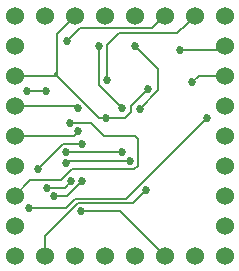
<source format=gbl>
G75*
G70*
%OFA0B0*%
%FSLAX24Y24*%
%IPPOS*%
%LPD*%
%AMOC8*
5,1,8,0,0,1.08239X$1,22.5*
%
%ADD10C,0.0600*%
%ADD11C,0.0080*%
%ADD12C,0.0270*%
D10*
X000632Y001226D03*
X000632Y002226D03*
X000632Y003226D03*
X000632Y004226D03*
X000632Y005226D03*
X000632Y006226D03*
X000632Y007226D03*
X000632Y008226D03*
X000632Y009226D03*
X001632Y009226D03*
X002632Y009226D03*
X003632Y009226D03*
X004632Y009226D03*
X005632Y009226D03*
X006632Y009226D03*
X007632Y009226D03*
X007632Y008226D03*
X007632Y007226D03*
X007632Y006226D03*
X007632Y005226D03*
X007632Y004226D03*
X007632Y003226D03*
X007632Y002226D03*
X007632Y001226D03*
X006632Y001226D03*
X005632Y001226D03*
X004632Y001226D03*
X003632Y001226D03*
X002632Y001226D03*
X001632Y001226D03*
D11*
X001632Y001866D01*
X002732Y002966D01*
X004572Y002966D01*
X005012Y003406D01*
X004612Y004106D02*
X002532Y004106D01*
X002172Y003746D01*
X001152Y003746D01*
X000632Y003226D01*
X001092Y002806D02*
X002332Y002806D01*
X002652Y003126D01*
X004352Y003126D01*
X007052Y005826D01*
X006542Y006996D02*
X006772Y007226D01*
X007632Y007226D01*
X007492Y008086D02*
X006132Y008086D01*
X006042Y008636D02*
X006212Y008806D01*
X006232Y008826D01*
X006632Y009226D01*
X006042Y008636D02*
X004102Y008636D01*
X003712Y008246D01*
X003712Y007086D01*
X003452Y006906D02*
X003452Y008216D01*
X002812Y008806D02*
X005192Y008806D01*
X005612Y009226D01*
X005632Y009226D01*
X004642Y008206D02*
X005417Y007431D01*
X005417Y006731D01*
X004792Y006106D01*
X004512Y006206D02*
X004512Y005996D01*
X004322Y005806D01*
X003682Y005806D01*
X003452Y005806D01*
X002032Y007226D01*
X002032Y008626D01*
X002632Y009226D01*
X002812Y008806D02*
X002372Y008366D01*
X002022Y007316D02*
X001932Y007226D01*
X000632Y007226D01*
X001052Y006726D02*
X001672Y006726D01*
X001932Y007226D02*
X002032Y007226D01*
X002652Y006226D02*
X002732Y006146D01*
X002652Y006226D02*
X000632Y006226D01*
X000632Y005226D02*
X002592Y005226D01*
X002752Y005386D01*
X002462Y005656D02*
X003162Y005656D01*
X003622Y005196D01*
X004632Y005196D01*
X004732Y005096D01*
X004732Y004226D01*
X004612Y004106D01*
X004472Y004366D02*
X002412Y004366D01*
X002352Y004306D01*
X002352Y004686D02*
X004212Y004686D01*
X004212Y006146D02*
X003452Y006906D01*
X004512Y006206D02*
X005072Y006766D01*
X002872Y004956D02*
X002242Y004956D01*
X001412Y004126D01*
X001692Y003486D02*
X002292Y003486D01*
X002522Y003716D01*
X002872Y003716D02*
X002382Y003226D01*
X001932Y003226D01*
X002852Y002706D02*
X004152Y002706D01*
X005632Y001226D01*
X007492Y008086D02*
X007632Y008226D01*
D12*
X006542Y006996D03*
X006132Y008086D03*
X005072Y006766D03*
X004792Y006106D03*
X004212Y006146D03*
X003682Y005806D03*
X002872Y004956D03*
X002752Y005386D03*
X002462Y005656D03*
X002732Y006146D03*
X003712Y007086D03*
X003452Y008216D03*
X002372Y008366D03*
X001672Y006726D03*
X001052Y006726D03*
X002352Y004686D03*
X002352Y004306D03*
X002522Y003716D03*
X002872Y003716D03*
X002852Y002706D03*
X001932Y003226D03*
X001692Y003486D03*
X001412Y004126D03*
X001092Y002806D03*
X004212Y004686D03*
X004472Y004366D03*
X005012Y003406D03*
X007052Y005826D03*
X004642Y008206D03*
M02*

</source>
